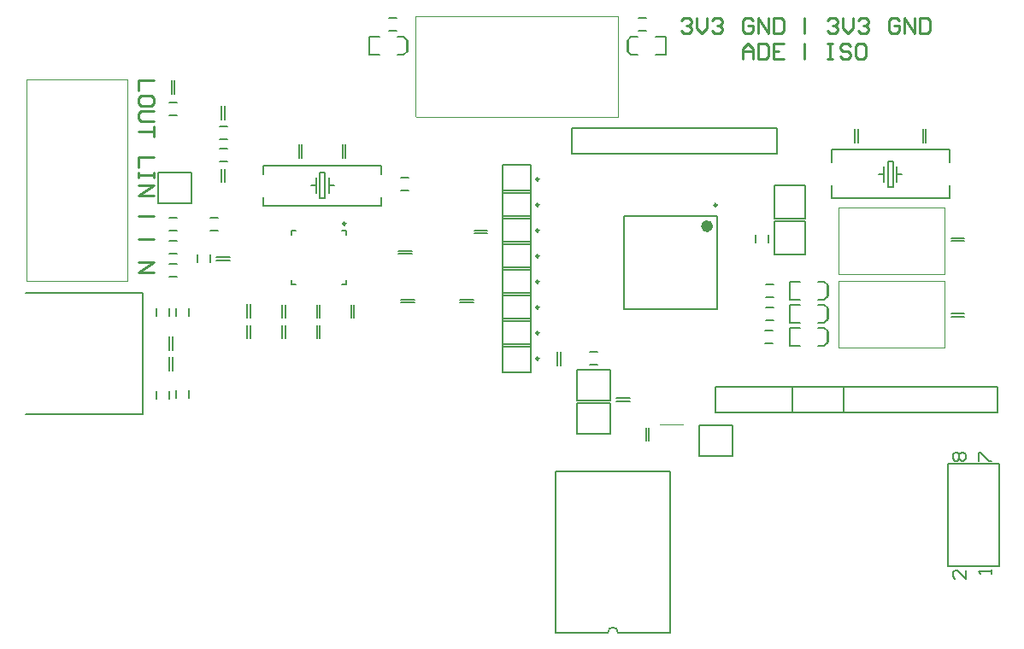
<source format=gto>
G04 Layer_Color=65535*
%FSLAX43Y43*%
%MOMM*%
G71*
G01*
G75*
%ADD36C,0.254*%
%ADD39C,0.600*%
%ADD52C,0.250*%
%ADD53C,0.200*%
%ADD54C,0.127*%
%ADD55C,0.100*%
%ADD56C,0.203*%
D36*
X65151Y62738D02*
X65405Y62992D01*
X65913D01*
X66167Y62738D01*
Y62484D01*
X65913Y62230D01*
X65659D01*
X65913D01*
X66167Y61976D01*
Y61722D01*
X65913Y61468D01*
X65405D01*
X65151Y61722D01*
X66675Y62992D02*
Y61976D01*
X67182Y61468D01*
X67690Y61976D01*
Y62992D01*
X68198Y62738D02*
X68452Y62992D01*
X68960D01*
X69214Y62738D01*
Y62484D01*
X68960Y62230D01*
X68706D01*
X68960D01*
X69214Y61976D01*
Y61722D01*
X68960Y61468D01*
X68452D01*
X68198Y61722D01*
X72261Y62738D02*
X72007Y62992D01*
X71499D01*
X71245Y62738D01*
Y61722D01*
X71499Y61468D01*
X72007D01*
X72261Y61722D01*
Y62230D01*
X71753D01*
X72769Y61468D02*
Y62992D01*
X73784Y61468D01*
Y62992D01*
X74292D02*
Y61468D01*
X75054D01*
X75308Y61722D01*
Y62738D01*
X75054Y62992D01*
X74292D01*
X77339D02*
Y61468D01*
X79624Y62738D02*
X79878Y62992D01*
X80386D01*
X80640Y62738D01*
Y62484D01*
X80386Y62230D01*
X80132D01*
X80386D01*
X80640Y61976D01*
Y61722D01*
X80386Y61468D01*
X79878D01*
X79624Y61722D01*
X81148Y62992D02*
Y61976D01*
X81656Y61468D01*
X82163Y61976D01*
Y62992D01*
X82671Y62738D02*
X82925Y62992D01*
X83433D01*
X83687Y62738D01*
Y62484D01*
X83433Y62230D01*
X83179D01*
X83433D01*
X83687Y61976D01*
Y61722D01*
X83433Y61468D01*
X82925D01*
X82671Y61722D01*
X86734Y62738D02*
X86480Y62992D01*
X85972D01*
X85718Y62738D01*
Y61722D01*
X85972Y61468D01*
X86480D01*
X86734Y61722D01*
Y62230D01*
X86226D01*
X87242Y61468D02*
Y62992D01*
X88258Y61468D01*
Y62992D01*
X88765D02*
Y61468D01*
X89527D01*
X89781Y61722D01*
Y62738D01*
X89527Y62992D01*
X88765D01*
X71247Y58928D02*
Y59944D01*
X71755Y60452D01*
X72263Y59944D01*
Y58928D01*
Y59690D01*
X71247D01*
X72771Y60452D02*
Y58928D01*
X73532D01*
X73786Y59182D01*
Y60198D01*
X73532Y60452D01*
X72771D01*
X75310D02*
X74294D01*
Y58928D01*
X75310D01*
X74294Y59690D02*
X74802D01*
X77341Y60452D02*
Y58928D01*
X79626Y60452D02*
X80134D01*
X79880D01*
Y58928D01*
X79626D01*
X80134D01*
X81912Y60198D02*
X81658Y60452D01*
X81150D01*
X80896Y60198D01*
Y59944D01*
X81150Y59690D01*
X81658D01*
X81912Y59436D01*
Y59182D01*
X81658Y58928D01*
X81150D01*
X80896Y59182D01*
X83181Y60452D02*
X82673D01*
X82419Y60198D01*
Y59182D01*
X82673Y58928D01*
X83181D01*
X83435Y59182D01*
Y60198D01*
X83181Y60452D01*
X12954Y56769D02*
X11430D01*
Y55753D01*
X12954Y54484D02*
Y54992D01*
X12700Y55245D01*
X11684D01*
X11430Y54992D01*
Y54484D01*
X11684Y54230D01*
X12700D01*
X12954Y54484D01*
Y53722D02*
X11684D01*
X11430Y53468D01*
Y52960D01*
X11684Y52706D01*
X12954D01*
Y52198D02*
Y51183D01*
Y51691D01*
X11430D01*
X12954Y49151D02*
X11430D01*
Y48136D01*
X12954Y47628D02*
Y47120D01*
Y47374D01*
X11430D01*
Y47628D01*
Y47120D01*
Y46358D02*
X12954D01*
X11430Y45343D01*
X12954D01*
Y43311D02*
X11430D01*
X12954Y41026D02*
X11430D01*
Y38741D02*
X12954D01*
X11430Y37725D01*
X12954D01*
D39*
X68035Y42335D02*
G03*
X68035Y42335I-300J0D01*
G01*
D52*
X31936Y42593D02*
G03*
X31936Y42593I-125J0D01*
G01*
X51070Y29210D02*
G03*
X51070Y29210I-125J0D01*
G01*
Y46990D02*
G03*
X51070Y46990I-125J0D01*
G01*
Y41910D02*
G03*
X51070Y41910I-125J0D01*
G01*
Y39370D02*
G03*
X51070Y39370I-125J0D01*
G01*
Y44450D02*
G03*
X51070Y44450I-125J0D01*
G01*
Y36830D02*
G03*
X51070Y36830I-125J0D01*
G01*
Y31750D02*
G03*
X51070Y31750I-125J0D01*
G01*
Y34290D02*
G03*
X51070Y34290I-125J0D01*
G01*
X68710Y44435D02*
G03*
X68710Y44435I-125J0D01*
G01*
D53*
X58919Y2049D02*
G03*
X57919Y2049I-500J0D01*
G01*
X31536Y41943D02*
X31961D01*
Y41518D02*
Y41943D01*
X26561D02*
X26986D01*
X26561Y41518D02*
Y41943D01*
Y36543D02*
X26986D01*
X26561D02*
Y36968D01*
X31536Y36543D02*
X31961D01*
Y36968D01*
X58919Y2049D02*
X64084D01*
X52754D02*
X57919D01*
X52754D02*
Y18049D01*
X64084D01*
Y2049D02*
Y18049D01*
X96647Y8636D02*
Y18796D01*
X91567Y8636D02*
Y18796D01*
Y8636D02*
X96647D01*
X91567Y18796D02*
X96647D01*
X54356Y52070D02*
X74676D01*
X54356Y49530D02*
Y52070D01*
Y49530D02*
X74676D01*
Y52070D01*
X68580Y23876D02*
Y26416D01*
X76200D01*
Y23876D02*
Y26416D01*
X68580Y23876D02*
X76200D01*
X47495Y30610D02*
X50295D01*
X47495Y27810D02*
Y30610D01*
Y27810D02*
X50295D01*
X50295Y27810D02*
Y30610D01*
X81280Y23876D02*
X96520D01*
X81280Y26416D02*
X96520D01*
X81280Y23876D02*
Y26416D01*
X96520Y23876D02*
Y26416D01*
X76200D02*
X81280D01*
X76200Y23876D02*
Y26416D01*
Y23876D02*
X81280D01*
Y26416D01*
X47495Y48390D02*
X50295D01*
X47495Y45590D02*
Y48390D01*
Y45590D02*
X50295D01*
X50295Y45590D02*
Y48390D01*
X47495Y43310D02*
X50295D01*
X47495Y40510D02*
Y43310D01*
Y40510D02*
X50295D01*
X50295Y40510D02*
Y43310D01*
X47495Y40770D02*
X50295D01*
X47495Y37970D02*
Y40770D01*
Y37970D02*
X50295D01*
X50295Y37970D02*
Y40770D01*
X47495Y45850D02*
X50295D01*
X47495Y43050D02*
Y45850D01*
Y43050D02*
X50295D01*
X50295Y43050D02*
Y45850D01*
X47495Y38230D02*
X50295D01*
X47495Y35430D02*
Y38230D01*
Y35430D02*
X50295D01*
X50295Y35430D02*
Y38230D01*
X47495Y33150D02*
X50295D01*
X47495Y30350D02*
Y33150D01*
Y30350D02*
X50295D01*
X50295Y30350D02*
Y33150D01*
X47495Y35690D02*
X50295D01*
X47495Y32890D02*
Y35690D01*
Y32890D02*
X50295D01*
X50295Y32890D02*
Y35690D01*
X59535Y34135D02*
Y43335D01*
X68735Y34135D02*
Y43335D01*
X59535Y34135D02*
X68735D01*
X59535Y43335D02*
X68735D01*
X222Y35718D02*
X11822D01*
Y23718D02*
Y35718D01*
X222Y23718D02*
X11822D01*
D54*
X29411Y33258D02*
Y34560D01*
X29111Y33258D02*
Y34560D01*
X29411Y31226D02*
Y32528D01*
X29111Y31226D02*
Y32528D01*
X25682Y33258D02*
Y34560D01*
X25982Y33258D02*
Y34560D01*
X25671Y31226D02*
Y32528D01*
X25971Y31226D02*
Y32528D01*
X22513Y31226D02*
Y32528D01*
X22213Y31226D02*
Y32528D01*
X22513Y33309D02*
Y34611D01*
X22213Y33309D02*
Y34611D01*
X66929Y19558D02*
X70231D01*
Y22606D01*
X66929D02*
X70231D01*
X66929Y19558D02*
Y22606D01*
X79642Y33045D02*
Y34265D01*
X78740Y32766D02*
X79362D01*
X75946D02*
Y34544D01*
Y32766D02*
X76962D01*
X78740Y34544D02*
X79362D01*
X75946D02*
X76962D01*
X79362D02*
X79743Y34163D01*
Y33147D02*
Y34163D01*
X79362Y32766D02*
X79743Y33147D01*
X31651Y49133D02*
Y50435D01*
X31951Y49133D02*
Y50435D01*
X37195Y39590D02*
X38497D01*
X37195Y39890D02*
X38497D01*
X37449Y34775D02*
X38751D01*
X37449Y35075D02*
X38751D01*
X23800Y48315D02*
X35484D01*
Y44395D02*
Y45212D01*
Y47498D02*
Y48315D01*
X23800Y47498D02*
Y48315D01*
X30277Y46355D02*
X30785D01*
X30277Y45593D02*
Y47117D01*
X29896Y45085D02*
Y47625D01*
X29388D02*
X29896D01*
X29388Y45085D02*
Y47625D01*
Y45085D02*
X29896D01*
X29007Y45593D02*
Y47117D01*
X28499Y46355D02*
X29007D01*
X23800Y44395D02*
X35484D01*
X23800D02*
Y45212D01*
X27622Y49133D02*
Y50435D01*
X27322Y49133D02*
Y50435D01*
X32789Y33258D02*
Y34560D01*
X32489Y33258D02*
Y34560D01*
X37449Y47117D02*
X38211D01*
X37449Y45847D02*
X38211D01*
X14462Y38608D02*
X15224D01*
X14462Y37338D02*
X15224D01*
X14494Y39624D02*
X15256D01*
X14494Y40894D02*
X15256D01*
X14494Y43180D02*
X15256D01*
X14494Y41910D02*
X15256D01*
X18542Y43180D02*
X19304D01*
X18542Y41910D02*
X19304D01*
X18542Y38735D02*
Y39497D01*
X17272Y38735D02*
Y39497D01*
X19161Y38977D02*
X20463D01*
X19161Y39277D02*
X20463D01*
X15113Y25273D02*
Y26035D01*
X16383Y25273D02*
Y26035D01*
X14478Y28051D02*
Y29353D01*
X14777Y28051D02*
Y29353D01*
X13208Y25257D02*
Y26019D01*
X14478Y25257D02*
Y26019D01*
X13208Y33401D02*
Y34163D01*
X14478Y33401D02*
Y34163D01*
X16383Y33401D02*
Y34163D01*
X15113Y33401D02*
Y34163D01*
X14698Y55483D02*
Y56785D01*
X14998Y55483D02*
Y56785D01*
X14478Y53340D02*
X15240D01*
X14478Y54610D02*
X15240D01*
X19447Y52197D02*
X20209D01*
X19447Y50927D02*
X20209D01*
X19651Y52943D02*
Y54245D01*
X19951Y52943D02*
Y54245D01*
X19973Y46720D02*
Y48022D01*
X19673Y46720D02*
Y48022D01*
X19431Y50038D02*
X20193D01*
X19431Y48768D02*
X20193D01*
X13335Y44577D02*
Y47625D01*
X16637D01*
Y44577D02*
Y47625D01*
X13335Y44577D02*
X16637D01*
X74422Y39497D02*
X77470D01*
X74422D02*
Y42799D01*
X77470D01*
Y39497D02*
Y42799D01*
X58166Y21717D02*
Y24765D01*
X54864Y21717D02*
X58166D01*
X54864D02*
Y24765D01*
X58166D01*
X74422Y43053D02*
X77470D01*
X74422D02*
Y46355D01*
X77470D01*
Y43053D02*
Y46355D01*
X61699Y21066D02*
Y22368D01*
X61999Y21066D02*
Y22368D01*
X54864Y25019D02*
Y28067D01*
X58166D01*
Y25019D02*
Y28067D01*
X54864Y25019D02*
X58166D01*
X72517Y40751D02*
Y41513D01*
X73787Y40751D02*
Y41513D01*
X56150Y28575D02*
X56912D01*
X56150Y29845D02*
X56912D01*
X73517Y30734D02*
X74279D01*
X73517Y32004D02*
X74279D01*
X91932Y40871D02*
X93234D01*
X91932Y41171D02*
X93234D01*
X79642Y30759D02*
Y31979D01*
X78740Y30480D02*
X79362D01*
X75946D02*
Y32258D01*
Y30480D02*
X76962D01*
X78740Y32258D02*
X79362D01*
X75946D02*
X76962D01*
X79362D02*
X79743Y31877D01*
Y30861D02*
Y31877D01*
X79362Y30480D02*
X79743Y30861D01*
X73549Y33020D02*
X74311D01*
X73549Y34290D02*
X74311D01*
X91932Y33378D02*
X93234D01*
X91932Y33678D02*
X93234D01*
X73549Y35306D02*
X74311D01*
X73549Y36576D02*
X74311D01*
X79642Y35331D02*
Y36551D01*
X78740Y35052D02*
X79362D01*
X75946D02*
Y36830D01*
Y35052D02*
X76962D01*
X78740Y36830D02*
X79362D01*
X75946D02*
X76962D01*
X79362D02*
X79743Y36449D01*
Y35433D02*
Y36449D01*
X79362Y35052D02*
X79743Y35433D01*
X82700Y50657D02*
Y51959D01*
X82400Y50657D02*
Y51959D01*
X91753Y48641D02*
Y49911D01*
X80069D02*
X91753D01*
X86546Y47498D02*
X87054D01*
X86546Y46736D02*
Y48260D01*
X85657Y48768D02*
X86165D01*
Y46228D02*
Y48768D01*
X85657Y46228D02*
X86165D01*
X85657D02*
Y48768D01*
X85276Y46736D02*
Y48260D01*
X84768Y47498D02*
X85276D01*
X91753Y45085D02*
Y46355D01*
X80069Y45085D02*
Y46355D01*
Y48641D02*
Y49911D01*
Y45085D02*
X91753D01*
X89131Y50657D02*
Y51959D01*
X89431Y50657D02*
Y51959D01*
X52936Y28559D02*
Y29861D01*
X53236Y28559D02*
Y29861D01*
X44688Y41933D02*
X45990D01*
X44688Y41633D02*
X45990D01*
X43291Y35075D02*
X44593D01*
X43291Y34775D02*
X44593D01*
X60944Y61722D02*
X61706D01*
X60944Y62992D02*
X61706D01*
X59931Y59588D02*
Y60808D01*
X60211Y61087D02*
X60833D01*
X63627Y59309D02*
Y61087D01*
X62611D02*
X63627D01*
X60211Y59309D02*
X60833D01*
X62611D02*
X63627D01*
X59830Y59690D02*
X60211Y59309D01*
X59830Y59690D02*
Y60706D01*
X60211Y61087D01*
X58785Y25296D02*
X60087D01*
X58785Y24996D02*
X60087D01*
X36211Y62992D02*
X36973D01*
X36211Y61722D02*
X36973D01*
X37986Y59588D02*
Y60808D01*
X37084Y59309D02*
X37706D01*
X34290D02*
Y61087D01*
Y59309D02*
X35306D01*
X37084Y61087D02*
X37706D01*
X34290D02*
X35306D01*
X37706D02*
X38087Y60706D01*
Y59690D02*
Y60706D01*
X37706Y59309D02*
X38087Y59690D01*
X14788Y30083D02*
Y31385D01*
X14489Y30083D02*
Y31385D01*
D55*
X38888Y53226D02*
X38928Y53186D01*
X38888Y53226D02*
Y63186D01*
X38928Y53186D02*
X58888D01*
Y63186D01*
X38888D02*
X58888D01*
X91300Y44044D02*
Y44171D01*
X91173D02*
X91300D01*
X80759D02*
X91173D01*
X80759Y37567D02*
Y44171D01*
Y37567D02*
X91300D01*
Y44044D01*
Y36805D02*
Y36932D01*
X91173D02*
X91300D01*
X80759D02*
X91173D01*
X80759Y30328D02*
Y36932D01*
Y30328D02*
X91300D01*
Y36805D01*
X63055Y22720D02*
X65345D01*
X10321Y36903D02*
X10361Y36943D01*
X361Y36903D02*
X10321D01*
X10361Y36943D02*
Y56903D01*
X361D02*
X10361D01*
X361Y36903D02*
Y56903D01*
D56*
X93345Y8212D02*
Y7366D01*
X92499Y8212D01*
X92287D01*
X92075Y8001D01*
Y7578D01*
X92287Y7366D01*
X95885Y7874D02*
Y8297D01*
Y8086D01*
X94615D01*
X94827Y7874D01*
X94615Y19050D02*
Y19896D01*
X94827D01*
X95673Y19050D01*
X95885D01*
X92287D02*
X92075Y19262D01*
Y19685D01*
X92287Y19896D01*
X92499D01*
X92710Y19685D01*
X92922Y19896D01*
X93133D01*
X93345Y19685D01*
Y19262D01*
X93133Y19050D01*
X92922D01*
X92710Y19262D01*
X92499Y19050D01*
X92287D01*
X92710Y19262D02*
Y19685D01*
M02*

</source>
